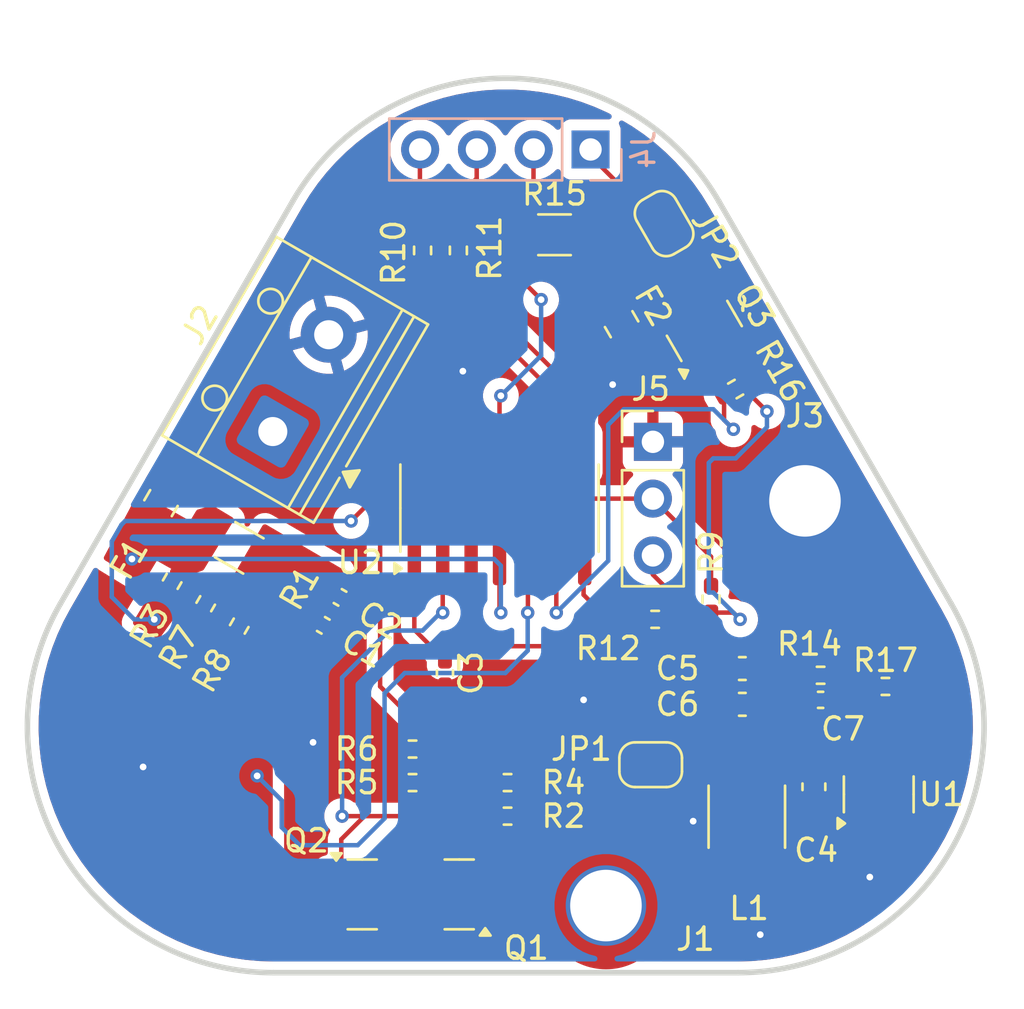
<source format=kicad_pcb>
(kicad_pcb (version 20241229) (generator "pcbnew") (generator_version "9.0")
  (layers (0 "F.Cu" signal) (2 "B.Cu" signal) (13 "F.Paste" user) (15 "B.Paste" user) (5 "F.SilkS" user "F.Silkscreen") (7 "B.SilkS" user "B.Silkscreen") (1 "F.Mask" user) (3 "B.Mask" user) (25 "Edge.Cuts" user))
  (net 0 "")
  (net 1 "ADC_LP")
  (net 2 "GND")
  (net 3 "VCC")
  (net 4 "Net-(JP1-B)")
  (net 5 "Net-(U1-V_{FB})")
  (net 6 "ADC_LN")
  (net 7 "Net-(J2-Pin_1)")
  (net 8 "Net-(Q3-D)")
  (net 9 "Net-(JP2-B)")
  (net 10 "Net-(U1-SW)")
  (net 11 "Net-(Q1-D)")
  (net 12 "+BATT")
  (net 13 "CUTOFF")
  (net 14 "3V3CUTOFF")
  (net 15 "ADC_LOAD")
  (net 16 "ADC_BATT")
  (net 17 "SCL")
  (net 18 "Net-(J4-Pin_4)")
  (net 19 "Net-(J4-Pin_3)")
  (net 20 "SDA")
  (net 21 "ADC_SP")
  (net 22 "Net-(U2-TXD)")
  (net 23 "TXD")
  (net 24 "UPDI")
  (net 25 "Net-(U2-PA5)")
  (net 26 "Net-(J4-Pin_1)")
  (footprint "Resistor_SMD:R_0402_1005Metric_Pad0.72x0.64mm_HandSolder" (layer "F.Cu") (at 134 80 -120)
    (property "Reference" "R8" (at 2.317564 0.049038 60) (layer "F.SilkS"))
    (property "Value" "1M")
    (fp_line (start -0.167621 0.38) (end 0.167621 0.38) (stroke (width 0.12)) (layer "F.SilkS"))
    (fp_line (start -0.167621 -0.38) (end 0.167621 -0.38) (stroke (width 0.12)) (layer "F.SilkS"))
    (pad "1" smd roundrect (at -0.5975 0 240) (size 0.715 0.64) (layers "F.Cu" "F.Mask" "F.Paste") (net 15 "ADC_LOAD"))
    (pad "2" smd roundrect (at 0.5975 0 240) (size 0.715 0.64) (layers "F.Cu" "F.Mask" "F.Paste") (net 2 "GND"))
  )
  (footprint "Capacitor_SMD:C_0402_1005Metric_Pad0.74x0.62mm_HandSolder" (layer "F.Cu") (at 138.508531 78.71625 -30)
    (property "Reference" "C2" (at 2.0675 0 150) (layer "F.SilkS"))
    (property "Value" "100n")
    (fp_line (start -0.115835 0.36) (end 0.115835 0.36) (stroke (width 0.12)) (layer "F.SilkS"))
    (fp_line (start -0.115835 -0.36) (end 0.115835 -0.36) (stroke (width 0.12)) (layer "F.SilkS"))
    (pad "1" smd roundrect (at -0.5675 0 330) (size 0.735 0.62) (layers "F.Cu" "F.Mask" "F.Paste") (net 1 "ADC_LP"))
    (pad "2" smd roundrect (at 0.5675 0 330) (size 0.735 0.62) (layers "F.Cu" "F.Mask" "F.Paste") (net 2 "GND"))
  )
  (footprint "Resistor_SMD:R_1206_3216Metric_Pad1.30x1.75mm_HandSolder" (layer "F.Cu") (at 148.1 62.5)
    (property "Reference" "R15" (at 0 -1.83 0) (layer "F.SilkS"))
    (property "Value" "0.1R")
    (fp_line (start -0.727064 -0.91) (end 0.727064 -0.91) (stroke (width 0.12)) (layer "F.SilkS"))
    (fp_line (start -0.727064 0.91) (end 0.727064 0.91) (stroke (width 0.12)) (layer "F.SilkS"))
    (pad "1" smd roundrect (at -1.55 0) (size 1.3 1.75) (layers "F.Cu" "F.Mask" "F.Paste") (roundrect_rratio 0.192308) (net 21 "ADC_SP"))
    (pad "2" smd roundrect (at 1.55 0) (size 1.3 1.75) (layers "F.Cu" "F.Mask" "F.Paste") (roundrect_rratio 0.192308) (net 2 "GND"))
  )
  (footprint "Resistor_SMD:R_0402_1005Metric_Pad0.72x0.64mm_HandSolder" (layer "F.Cu") (at 160 82.2)
    (property "Reference" "R14" (at -0.5 -1.4 0) (layer "F.SilkS"))
    (property "Value" "560k")
    (fp_line (start -0.167621 -0.38) (end 0.167621 -0.38) (stroke (width 0.12)) (layer "F.SilkS"))
    (fp_line (start -0.167621 0.38) (end 0.167621 0.38) (stroke (width 0.12)) (layer "F.SilkS"))
    (pad "1" smd roundrect (at -0.5975 0) (size 0.715 0.64) (layers "F.Cu" "F.Mask" "F.Paste") (net 3 "VCC"))
    (pad "2" smd roundrect (at 0.5975 0) (size 0.715 0.64) (layers "F.Cu" "F.Mask" "F.Paste") (net 5 "Net-(U1-V_{FB})"))
  )
  (footprint "Resistor_SMD:R_0402_1005Metric_Pad0.72x0.64mm_HandSolder" (layer "F.Cu") (at 141.75 87 180)
    (property "Reference" "R5" (at 2.5 0 0) (layer "F.SilkS"))
    (property "Value" "1M")
    (fp_line (start -0.167621 0.38) (end 0.167621 0.38) (stroke (width 0.12)) (layer "F.SilkS"))
    (fp_line (start -0.167621 -0.38) (end 0.167621 -0.38) (stroke (width 0.12)) (layer "F.SilkS"))
    (pad "1" smd roundrect (at -0.5975 0 180) (size 0.715 0.64) (layers "F.Cu" "F.Mask" "F.Paste") (net 16 "ADC_BATT"))
    (pad "2" smd roundrect (at 0.5975 0 180) (size 0.715 0.64) (layers "F.Cu" "F.Mask" "F.Paste") (net 2 "GND"))
  )
  (footprint "Resistor_SMD:R_0402_1005Metric_Pad0.72x0.64mm_HandSolder" (layer "F.Cu") (at 131 78 -120)
    (property "Reference" "R3" (at 2.247163 -0.1427 60) (layer "F.SilkS"))
    (property "Value" "1M")
    (fp_line (start -0.167621 0.38) (end 0.167621 0.38) (stroke (width 0.12)) (layer "F.SilkS"))
    (fp_line (start -0.167621 -0.38) (end 0.167621 -0.38) (stroke (width 0.12)) (layer "F.SilkS"))
    (pad "1" smd roundrect (at -0.5975 0 240) (size 0.715 0.64) (layers "F.Cu" "F.Mask" "F.Paste") (net 6 "ADC_LN"))
    (pad "2" smd roundrect (at 0.5975 0 240) (size 0.715 0.64) (layers "F.Cu" "F.Mask" "F.Paste") (net 15 "ADC_LOAD"))
  )
  (footprint "Inductor_SMD:L_1812_4532Metric_Pad1.30x3.40mm_HandSolder" (layer "F.Cu") (at 156.7 88.525 -90)
    (property "Reference" "L1" (at 4.1 -0.1 180) (layer "F.SilkS"))
    (property "Value" "2.2uH")
    (fp_line (start -1.386252 1.71) (end 1.386252 1.71) (stroke (width 0.12)) (layer "F.SilkS"))
    (fp_line (start -1.386252 -1.71) (end 1.386252 -1.71) (stroke (width 0.12)) (layer "F.SilkS"))
    (pad "1" smd roundrect (at -2.225 0 270) (size 1.3 3.4) (layers "F.Cu" "F.Mask" "F.Paste") (roundrect_rratio 0.192308) (net 4 "Net-(JP1-B)"))
    (pad "2" smd roundrect (at 2.225 0 270) (size 1.3 3.4) (layers "F.Cu" "F.Mask" "F.Paste") (roundrect_rratio 0.192308) (net 10 "Net-(U1-SW)"))
  )
  (footprint "Resistor_SMD:R_0402_1005Metric_Pad0.72x0.64mm_HandSolder" (layer "F.Cu") (at 146 88.5 180)
    (property "Reference" "R2" (at -2.5 0 0) (layer "F.SilkS"))
    (property "Value" "1M")
    (fp_line (start -0.167621 0.38) (end 0.167621 0.38) (stroke (width 0.12)) (layer "F.SilkS"))
    (fp_line (start -0.167621 -0.38) (end 0.167621 -0.38) (stroke (width 0.12)) (layer "F.SilkS"))
    (pad "1" smd roundrect (at -0.5975 0 180) (size 0.715 0.64) (layers "F.Cu" "F.Mask" "F.Paste") (net 12 "+BATT"))
    (pad "2" smd roundrect (at 0.5975 0 180) (size 0.715 0.64) (layers "F.Cu" "F.Mask" "F.Paste") (net 13 "CUTOFF"))
  )
  (footprint "Capacitor_SMD:C_0603_1608Metric_Pad1.08x0.95mm_HandSolder" (layer "F.Cu") (at 156.5 83.5 180)
    (property "Reference" "C6" (at 2.9 0 0) (layer "F.SilkS"))
    (property "Value" "10u")
    (fp_line (start -0.146267 0.51) (end 0.146267 0.51) (stroke (width 0.12)) (layer "F.SilkS"))
    (fp_line (start -0.146267 -0.51) (end 0.146267 -0.51) (stroke (width 0.12)) (layer "F.SilkS"))
    (pad "1" smd roundrect (at -0.8625 0 180) (size 1.075 0.95) (layers "F.Cu" "F.Mask" "F.Paste") (net 3 "VCC"))
    (pad "2" smd roundrect (at 0.8625 0 180) (size 1.075 0.95) (layers "F.Cu" "F.Mask" "F.Paste") (net 2 "GND"))
  )
  (footprint "Package_TO_SOT_SMD:SOT-23" (layer "F.Cu") (at 143.8375 92 180)
    (property "Reference" "Q1" (at -3 -2.4 0) (layer "F.SilkS"))
    (property "Value" "SI2333")
    (fp_line (start 0 1.56) (end 0.65 1.56) (stroke (width 0.12)) (layer "F.SilkS"))
    (fp_line (start 0 1.56) (end -0.65 1.56) (stroke (width 0.12)) (layer "F.SilkS"))
    (fp_line (start 0 -1.56) (end 0.65 -1.56) (stroke (width 0.12)) (layer "F.SilkS"))
    (fp_line (start 0 -1.56) (end -0.65 -1.56) (stroke (width 0.12)) (layer "F.SilkS"))
    (fp_poly (pts (xy -1.1625 -1.51) (xy -1.4025 -1.84) (xy -0.9225 -1.84)) (stroke (width 0.12)) (fill yes) (layer "F.SilkS"))
    (pad "1" smd roundrect (at -0.9375 -0.95 180) (size 1.475 0.6) (layers "F.Cu" "F.Mask" "F.Paste") (net 13 "CUTOFF"))
    (pad "2" smd roundrect (at -0.9375 0.95 180) (size 1.475 0.6) (layers "F.Cu" "F.Mask" "F.Paste") (net 12 "+BATT"))
    (pad "3" smd roundrect (at 0.9375 0 180) (size 1.475 0.6) (layers "F.Cu" "F.Mask" "F.Paste") (net 11 "Net-(Q1-D)"))
  )
  (footprint "MountingHole:MountingHole_3.2mm_M3_ISO7380_Pad_TopOnly" (layer "F.Cu") (at 150.4 92.5)
    (property "Reference" "J1" (at 4 1.5 0) (layer "F.SilkS"))
    (property "Value" "BATT+")
    (pad "1" thru_hole circle (at 0 0) (size 3.6 3.6) (drill 3.2) (layers "*.Cu" "*.Mask") (net 12 "+BATT"))
    (pad "1" connect circle (at 0 0) (size 5.7 5.7) (layers "F.Cu" "F.Mask") (net 12 "+BATT"))
  )
  (footprint "Connector_PinHeader_2.54mm:PinHeader_1x03_P2.54mm_Vertical" (layer "F.Cu") (at 152.5 71.76)
    (property "Reference" "J5" (at -0.1 -2.36 0) (layer "F.SilkS"))
    (property "Value" "PROG")
    (fp_line (start -1.38 -1.38) (end 0 -1.38) (stroke (width 0.12)) (layer "F.SilkS"))
    (fp_line (start -1.38 0) (end -1.38 -1.38) (stroke (width 0.12)) (layer "F.SilkS"))
    (fp_line (start -1.38 1.27) (end -1.38 6.46) (stroke (width 0.12)) (layer "F.SilkS"))
    (fp_line (start -1.38 1.27) (end 1.38 1.27) (stroke (width 0.12)) (layer "F.SilkS"))
    (fp_line (start -1.38 6.46) (end 1.38 6.46) (stroke (width 0.12)) (layer "F.SilkS"))
    (fp_line (start 1.38 1.27) (end 1.38 6.46) (stroke (width 0.12)) (layer "F.SilkS"))
    (pad "1" thru_hole rect (at 0 0) (size 1.7 1.7) (drill 1) (layers "*.Cu" "*.Mask") (net 2 "GND"))
    (pad "2" thru_hole circle (at 0 2.54) (size 1.7 1.7) (drill 1) (layers "*.Cu" "*.Mask") (net 24 "UPDI"))
    (pad "3" thru_hole circle (at 0 5.08) (size 1.7 1.7) (drill 1) (layers "*.Cu" "*.Mask") (net 23 "TXD"))
  )
  (footprint "Capacitor_SMD:C_0402_1005Metric_Pad0.74x0.62mm_HandSolder" (layer "F.Cu") (at 160 83.3 180)
    (property "Reference" "C7" (at -1 -1.3 0) (layer "F.SilkS"))
    (property "Value" "270p")
    (fp_line (start -0.115835 0.36) (end 0.115835 0.36) (stroke (width 0.12)) (layer "F.SilkS"))
    (fp_line (start -0.115835 -0.36) (end 0.115835 -0.36) (stroke (width 0.12)) (layer "F.SilkS"))
    (pad "1" smd roundrect (at -0.5675 0 180) (size 0.735 0.62) (layers "F.Cu" "F.Mask" "F.Paste") (net 5 "Net-(U1-V_{FB})"))
    (pad "2" smd roundrect (at 0.5675 0 180) (size 0.735 0.62) (layers "F.Cu" "F.Mask" "F.Paste") (net 3 "VCC"))
  )
  (footprint "Capacitor_SMD:C_0402_1005Metric_Pad0.74x0.62mm_HandSolder" (layer "F.Cu") (at 137.758531 79.96625 -30)
    (property "Reference" "C1" (at 2.0675 0 150) (layer "F.SilkS"))
    (property "Value" "100n")
    (fp_line (start -0.115835 0.36) (end 0.115835 0.36) (stroke (width 0.12)) (layer "F.SilkS"))
    (fp_line (start -0.115835 -0.36) (end 0.115835 -0.36) (stroke (width 0.12)) (layer "F.SilkS"))
    (pad "1" smd roundrect (at -0.5675 0 330) (size 0.735 0.62) (layers "F.Cu" "F.Mask" "F.Paste") (net 1 "ADC_LP"))
    (pad "2" smd roundrect (at 0.5675 0 330) (size 0.735 0.62) (layers "F.Cu" "F.Mask" "F.Paste") (net 2 "GND"))
  )
  (footprint "Resistor_SMD:R_0402_1005Metric_Pad0.72x0.64mm_HandSolder" (layer "F.Cu") (at 162.9 82.7)
    (property "Reference" "R17" (at 0 -1.17 0) (layer "F.SilkS"))
    (property "Value" "100k")
    (fp_line (start -0.167621 -0.38) (end 0.167621 -0.38) (stroke (width 0.12)) (layer "F.SilkS"))
    (fp_line (start -0.167621 0.38) (end 0.167621 0.38) (stroke (width 0.12)) (layer "F.SilkS"))
    (pad "1" smd roundrect (at -0.5975 0) (size 0.715 0.64) (layers "F.Cu" "F.Mask" "F.Paste") (net 5 "Net-(U1-V_{FB})"))
    (pad "2" smd roundrect (at 0.5975 0) (size 0.715 0.64) (layers "F.Cu" "F.Mask" "F.Paste") (net 2 "GND"))
  )
  (footprint "Jumper:SolderJumper-2_P1.3mm_Open_RoundedPad1.0x1.5mm" (layer "F.Cu") (at 153 62 -60)
    (property "Reference" "JP2" (at 1.756218 -1.641858 120) (layer "F.SilkS"))
    (property "Value" "I2C_V")
    (fp_line (start -1.400001 0.3) (end -1.4 -0.300001) (stroke (width 0.12)) (layer "F.SilkS"))
    (fp_line (start 0.7 1) (end -0.7 1) (stroke (width 0.12)) (layer "F.SilkS"))
    (fp_line (start -0.7 -1) (end 0.7 -1) (stroke (width 0.12)) (layer "F.SilkS"))
    (fp_line (start 1.400001 -0.3) (end 1.4 0.300001) (stroke (width 0.12)) (layer "F.SilkS"))
    (fp_arc (start -0.7 1) (mid -1.194975 0.794975) (end -1.400001 0.3) (stroke (width 0.12)) (layer "F.SilkS"))
    (fp_arc (start -1.4 -0.300001) (mid -1.194975 -0.794975) (end -0.7 -1) (stroke (width 0.12)) (layer "F.SilkS"))
    (fp_arc (start 1.4 0.300001) (mid 1.194975 0.794975) (end 0.7 1) (stroke (width 0.12)) (layer "F.SilkS"))
    (fp_arc (start 0.7 -1) (mid 1.194975 -0.794975) (end 1.400001 -0.3) (stroke (width 0.12)) (layer "F.SilkS"))
    (pad "1" smd custom (at -0.65 0 300) (size 1 0.5) (layers "F.Cu" "F.Mask") (net 26 "Net-(J4-Pin_1)") (options (clearance outline) (anchor rect)) (primitives (gr_circle (center 0 0.25) (end 0.5 0.25) (width 0) (fill yes)) (gr_circle (center 0 -0.25) (end 0.5 -0.25) (width 0) (fill yes)) (gr_poly (pts (xy 0.5 0.75) (xy 0 0.75) (xy 0 -0.75) (xy 0.5 -0.75)) (width 0) (fill yes))))
    (pad "2" smd custom (at 0.65 0 300) (size 1 0.5) (layers "F.Cu" "F.Mask") (net 9 "Net-(JP2-B)") (options (clearance outline) (anchor rect)) (primitives (gr_circle (center 0 0.25) (end 0.5 0.25) (width 0) (fill yes)) (gr_circle (center 0 -0.25) (end 0.5 -0.25) (width 0) (fill yes)) (gr_poly (pts (xy 0 0.75) (xy -0.5 0.75) (xy -0.5 -0.75) (xy 0 -0.75)) (width 0) (fill yes))))
  )
  (footprint "Resistor_SMD:R_0402_1005Metric_Pad0.72x0.64mm_HandSolder" (layer "F.Cu") (at 152.6 79.7 180)
    (property "Reference" "R12" (at 2.1 -1.3 0) (layer "F.SilkS"))
    (property "Value" "120R")
    (fp_line (start -0.167621 0.38) (end 0.167621 0.38) (stroke (width 0.12)) (layer "F.SilkS"))
    (fp_line (start -0.167621 -0.38) (end 0.167621 -0.38) (stroke (width 0.12)) (layer "F.SilkS"))
    (pad "1" smd roundrect (at -0.5975 0 180) (size 0.715 0.64) (layers "F.Cu" "F.Mask" "F.Paste") (net 23 "TXD"))
    (pad "2" smd roundrect (at 0.5975 0 180) (size 0.715 0.64) (layers "F.Cu" "F.Mask" "F.Paste") (net 22 "Net-(U2-TXD)"))
  )
  (footprint "Capacitor_SMD:C_0402_1005Metric_Pad0.74x0.62mm_HandSolder" (layer "F.Cu") (at 143.2 82.1 -90)
    (property "Reference" "C3" (at 0 -1.16 90) (layer "F.SilkS"))
    (property "Value" "100n")
    (fp_line (start -0.115835 0.36) (end 0.115835 0.36) (stroke (width 0.12)) (layer "F.SilkS"))
    (fp_line (start -0.115835 -0.36) (end 0.115835 -0.36) (stroke (width 0.12)) (layer "F.SilkS"))
    (pad "1" smd roundrect (at -0.5675 0 270) (size 0.735 0.62) (layers "F.Cu" "F.Mask" "F.Paste") (net 3 "VCC"))
    (pad "2" smd roundrect (at 0.5675 0 270) (size 0.735 0.62) (layers "F.Cu" "F.Mask" "F.Paste") (net 2 "GND"))
  )
  (footprint "Fuse:Fuse_0805_2012Metric_Pad1.15x1.40mm_HandSolder" (layer "F.Cu") (at 151.1 66.5 -60)
    (property "Reference" "F2" (at 0 -1.65 120) (layer "F.SilkS"))
    (property "Value" "BSMD0805-110-6V")
    (fp_line (start -0.261252 0.71) (end 0.261252 0.71) (stroke (width 0.12)) (layer "F.SilkS"))
    (fp_line (start -0.261252 -0.71) (end 0.261252 -0.71) (stroke (width 0.12)) (layer "F.SilkS"))
    (pad "1" smd roundrect (at -1.025 0 300) (size 1.15 1.4) (layers "F.Cu" "F.Mask" "F.Paste") (roundrect_rratio 0.217391) (net 9 "Net-(JP2-B)"))
    (pad "2" smd roundrect (at 1.025 0 300) (size 1.15 1.4) (layers "F.Cu" "F.Mask" "F.Paste") (roundrect_rratio 0.217391) (net 8 "Net-(Q3-D)"))
  )
  (footprint "Resistor_SMD:R_0402_1005Metric_Pad0.72x0.64mm_HandSolder" (layer "F.Cu") (at 142.2 63.2 -90)
    (property "Reference" "R10" (at 0.1 1.3 270) (layer "F.SilkS"))
    (property "Value" "120R")
    (fp_line (start -0.167621 0.38) (end 0.167621 0.38) (stroke (width 0.12)) (layer "F.SilkS"))
    (fp_line (start -0.167621 -0.38) (end 0.167621 -0.38) (stroke (width 0.12)) (layer "F.SilkS"))
    (pad "1" smd roundrect (at -0.5975 0 270) (size 0.715 0.64) (layers "F.Cu" "F.Mask" "F.Paste") (net 18 "Net-(J4-Pin_4)"))
    (pad "2" smd roundrect (at 0.5975 0 270) (size 0.715 0.64) (layers "F.Cu" "F.Mask" "F.Paste") (net 17 "SCL"))
  )
  (footprint "Package_SO:SOIC-14_3.9x8.7mm_P1.27mm" (layer "F.Cu") (at 145.64 74.725 90)
    (property "Reference" "U2" (at -2.425 -6.24 180) (layer "F.SilkS"))
    (property "Value" "ATtiny824-SSU")
    (fp_line (start 0 -4.435) (end 1.95 -4.435) (stroke (width 0.12)) (layer "F.SilkS"))
    (fp_line (start 0 -4.435) (end -1.95 -4.435) (stroke (width 0.12)) (layer "F.SilkS"))
    (fp_line (start 0 4.435) (end 1.95 4.435) (stroke (width 0.12)) (layer "F.SilkS"))
    (fp_line (start 0 4.435) (end -1.95 4.435) (stroke (width 0.12)) (layer "F.SilkS"))
    (fp_poly (pts (xy -2.7 -4.37) (xy -2.94 -4.7) (xy -2.46 -4.7)) (stroke (width 0.12)) (fill yes) (layer "F.SilkS"))
    (pad "1" smd roundrect (at -2.475 -3.81 90) (size 1.95 0.6) (layers "F.Cu" "F.Mask" "F.Paste") (net 3 "VCC"))
    (pad "2" smd roundrect (at -2.475 -2.54 90) (size 1.95 0.6) (layers "F.Cu" "F.Mask" "F.Paste") (net 13 "CUTOFF"))
    (pad "3" smd roundrect (at -2.475 -1.27 90) (size 1.95 0.6) (layers "F.Cu" "F.Mask" "F.Paste") (net 25 "Net-(U2-PA5)"))
    (pad "4" smd roundrect (at -2.475 0 90) (size 1.95 0.6) (layers "F.Cu" "F.Mask" "F.Paste") (net 6 "ADC_LN"))
    (pad "5" smd roundrect (at -2.475 1.27 90) (size 1.95 0.6) (layers "F.Cu" "F.Mask" "F.Paste") (net 1 "ADC_LP"))
    (pad "6" smd roundrect (at -2.475 2.54 90) (size 1.95 0.6) (layers "F.Cu" "F.Mask" "F.Paste") (net 14 "3V3CUTOFF"))
    (pad "7" smd roundrect (at -2.475 3.81 90) (size 1.95 0.6) (layers "F.Cu" "F.Mask" "F.Paste") (net 22 "Net-(U2-TXD)"))
    (pad "8" smd roundrect (at 2.475 3.81 90) (size 1.95 0.6) (layers "F.Cu" "F.Mask" "F.Paste") (net 20 "SDA"))
    (pad "9" smd roundrect (at 2.475 2.54 90) (size 1.95 0.6) (layers "F.Cu" "F.Mask" "F.Paste") (net 17 "SCL"))
    (pad "10" smd roundrect (at 2.475 1.27 90) (size 1.95 0.6) (layers "F.Cu" "F.Mask" "F.Paste") (net 24 "UPDI"))
    (pad "11" smd roundrect (at 2.475 0 90) (size 1.95 0.6) (layers "F.Cu" "F.Mask" "F.Paste") (net 21 "ADC_SP"))
    (pad "12" smd roundrect (at 2.475 -1.27 90) (size 1.95 0.6) (layers "F.Cu" "F.Mask" "F.Paste") (net 16 "ADC_BATT"))
    (pad "13" smd roundrect (at 2.475 -2.54 90) (size 1.95 0.6) (layers "F.Cu" "F.Mask" "F.Paste") (net 15 "ADC_LOAD"))
    (pad "14" smd roundrect (at 2.475 -3.81 90) (size 1.95 0.6) (layers "F.Cu" "F.Mask" "F.Paste") (net 2 "GND"))
  )
  (footprint "Capacitor_SMD:C_0603_1608Metric_Pad1.08x0.95mm_HandSolder" (layer "F.Cu") (at 159.7 87.1875 -90)
    (property "Reference" "C4" (at 2.8375 -0.1 180) (layer "F.SilkS"))
    (property "Value" "10u")
    (fp_line (start -0.146267 0.51) (end 0.146267 0.51) (stroke (width 0.12)) (layer "F.SilkS"))
    (fp_line (start -0.146267 -0.51) (end 0.146267 -0.51) (stroke (width 0.12)) (layer "F.SilkS"))
    (pad "1" smd roundrect (at -0.8625 0 270) (size 1.075 0.95) (layers "F.Cu" "F.Mask" "F.Paste") (net 4 "Net-(JP1-B)"))
    (pad "2" smd roundrect (at 0.8625 0 270) (size 1.075 0.95) (layers "F.Cu" "F.Mask" "F.Paste") (net 2 "GND"))
  )
  (footprint "Package_TO_SOT_SMD:SOT-23" (layer "F.Cu") (at 139.5 92)
    (property "Reference" "Q2" (at -2.5 -2.4 0) (layer "F.SilkS"))
    (property "Value" "SI2333")
    (fp_line (start 0 -1.56) (end -0.65 -1.56) (stroke (width 0.12)) (layer "F.SilkS"))
    (fp_line (start 0 -1.56) (end 0.65 -1.56) (stroke (width 0.12)) (layer "F.SilkS"))
    (fp_line (start 0 1.56) (end -0.65 1.56) (stroke (width 0.12)) (layer "F.SilkS"))
    (fp_line (start 0 1.56) (end 0.65 1.56) (stroke (width 0.12)) (layer "F.SilkS"))
    (fp_poly (pts (xy -1.1625 -1.51) (xy -1.4025 -1.84) (xy -0.9225 -1.84)) (stroke (width 0.12)) (fill yes) (layer "F.SilkS"))
    (pad "1" smd roundrect (at -0.9375 -0.95) (size 1.475 0.6) (layers "F.Cu" "F.Mask" "F.Paste") (net 13 "CUTOFF"))
    (pad "2" smd roundrect (at -0.9375 0.95) (size 1.475 0.6) (layers "F.Cu" "F.Mask" "F.Paste") (net 1 "ADC_LP"))
    (pad "3" smd roundrect (at 0.9375 0) (size 1.475 0.6) (layers "F.Cu" "F.Mask" "F.Paste") (net 11 "Net-(Q1-D)"))
  )
  (footprint "Capacitor_SMD:C_0603_1608Metric_Pad1.08x0.95mm_HandSolder" (layer "F.Cu") (at 156.5 81.9 180)
    (property "Reference" "C5" (at 2.9 0 0) (layer "F.SilkS"))
    (property "Value" "10u")
    (fp_line (start -0.146267 0.51) (end 0.146267 0.51) (stroke (width 0.12)) (layer "F.SilkS"))
    (fp_line (start -0.146267 -0.51) (end 0.146267 -0.51) (stroke (width 0.12)) (layer "F.SilkS"))
    (pad "1" smd roundrect (at -0.8625 0 180) (size 1.075 0.95) (layers "F.Cu" "F.Mask" "F.Paste") (net 3 "VCC"))
    (pad "2" smd roundrect (at 0.8625 0 180) (size 1.075 0.95) (layers "F.Cu" "F.Mask" "F.Paste") (net 2 "GND"))
  )
  (footprint "Package_TO_SOT_SMD:SOT-23-6" (layer "F.Cu") (at 162.6 87.525 90)
    (property "Reference" "U1" (at 0 2.8 180) (layer "F.SilkS"))
    (property "Value" "TLV61070ADBV")
    (fp_line (start 0 -1.56) (end 0.8 -1.56) (stroke (width 0.12)) (layer "F.SilkS"))
    (fp_line (start 0 -1.56) (end -0.8 -1.56) (stroke (width 0.12)) (layer "F.SilkS"))
    (fp_line (start 0 1.56) (end 0.8 1.56) (stroke (width 0.12)) (layer "F.SilkS"))
    (fp_line (start 0 1.56) (end -0.8 1.56) (stroke (width 0.12)) (layer "F.SilkS"))
    (fp_poly (pts (xy -1.3 -1.51) (xy -1.54 -1.84) (xy -1.06 -1.84)) (stroke (width 0.12)) (fill yes) (layer "F.SilkS"))
    (pad "1" smd roundrect (at -1.1375 -0.95 90) (size 1.325 0.6) (layers "F.Cu" "F.Mask" "F.Paste") (net 10 "Net-(U1-SW)"))
    (pad "2" smd roundrect (at -1.1375 0 90) (size 1.325 0.6) (layers "F.Cu" "F.Mask" "F.Paste") (net 2 "GND"))
    (pad "3" smd roundrect (at -1.1375 0.95 90) (size 1.325 0.6) (layers "F.Cu" "F.Mask" "F.Paste") (net 4 "Net-(JP1-B)"))
    (pad "4" smd roundrect (at 1.1375 0.95 90) (size 1.325 0.6) (layers "F.Cu" "F.Mask" "F.Paste") (net 5 "Net-(U1-V_{FB})"))
    (pad "5" smd roundrect (at 1.1375 0 90) (size 1.325 0.6) (layers "F.Cu" "F.Mask" "F.Paste") (net 3 "VCC"))
    (pad "6" smd roundrect (at 1.1375 -0.95 90) (size 1.325 0.6) (layers "F.Cu" "F.Mask" "F.Paste") (net 4 "Net-(JP1-B)"))
  )
  (footprint "Resistor_SMD:R_0402_1005Metric_Pad0.72x0.64mm_HandSolder" (layer "F.Cu") (at 155.1 78.8 90)
    (property "Reference" "R9" (at 2.1 0 90) (layer "F.SilkS"))
    (property "Value" "100k")
    (fp_line (start -0.167621 -0.38) (end 0.167621 -0.38) (stroke (width 0.12)) (layer "F.SilkS"))
    (fp_line (start -0.167621 0.38) (end 0.167621 0.38) (stroke (width 0.12)) (layer "F.SilkS"))
    (pad "1" smd roundrect (at -0.5975 0 90) (size 0.715 0.64) (layers "F.Cu" "F.Mask" "F.Paste") (net 3 "VCC"))
    (pad "2" smd roundrect (at 0.5975 0 90) (size 0.715 0.64) (layers "F.Cu" "F.Mask" "F.Paste") (net 24 "UPDI"))
  )
  (footprint "Resistor_SMD:R_0402_1005Metric_Pad0.72x0.64mm_HandSolder" (layer "F.Cu") (at 132.5 79 -120)
    (property "Reference" "R7" (at 2.317564 0.049038 60) (layer "F.SilkS"))
    (property "Value" "1M")
    (fp_line (start -0.167621 0.38) (end 0.167621 0.38) (stroke (width 0.12)) (layer "F.SilkS"))
    (fp_line (start -0.167621 -0.38) (end 0.167621 -0.38) (stroke (width 0.12)) (layer "F.SilkS"))
    (pad "1" smd roundrect (at -0.5975 0 240) (size 0.715 0.64) (layers "F.Cu" "F.Mask" "F.Paste") (net 15 "ADC_LOAD"))
    (pad "2" smd roundrect (at 0.5975 0 240) (size 0.715 0.64) (layers "F.Cu" "F.Mask" "F.Paste") (net 2 "GND"))
  )
  (footprint "Resistor_SMD:R_0402_1005Metric_Pad0.72x0.64mm_HandSolder" (layer "F.Cu") (at 143.8 63.2 -90)
    (property "Reference" "R11" (at -0.1 -1.4 90) (layer "F.SilkS"))
    (property "Value" "120R")
    (fp_line (start -0.167621 0.38) (end 0.167621 0.38) (stroke (width 0.12)) (layer "F.SilkS"))
    (fp_line (start -0.167621 -0.38) (end 0.167621 -0.38) (stroke (width 0.12)) (layer "F.SilkS"))
    (pad "1" smd roundrect (at -0.5975 0 270) (size 0.715 0.64) (layers "F.Cu" "F.Mask" "F.Paste") (net 19 "Net-(J4-Pin_3)"))
    (pad "2" smd roundrect (at 0.5975 0 270) (size 0.715 0.64) (layers "F.Cu" "F.Mask" "F.Paste") (net 20 "SDA"))
  )
  (footprint "Resistor_SMD:R_0402_1005Metric_Pad0.72x0.64mm_HandSolder" (layer "F.Cu") (at 146 87 180)
    (property "Reference" "R4" (at -2.5 0 0) (layer "F.SilkS"))
    (property "Value" "1M")
    (fp_line (start -0.167621 0.38) (end 0.167621 0.38) (stroke (width 0.12)) (layer "F.SilkS"))
    (fp_line (start -0.167621 -0.38) (end 0.167621 -0.38) (stroke (width 0.12)) (layer "F.SilkS"))
    (pad "1" smd roundrect (at -0.5975 0 180) (size 0.715 0.64) (layers "F.Cu" "F.Mask" "F.Paste") (net 12 "+BATT"))
    (pad "2" smd roundrect (at 0.5975 0 180) (size 0.715 0.64) (layers "F.Cu" "F.Mask" "F.Paste") (net 16 "ADC_BATT"))
  )
  (footprint "Jumper:SolderJumper-2_P1.3mm_Open_RoundedPad1.0x1.5mm" (layer "F.Cu") (at 152.4 86.2)
    (property "Reference" "JP1" (at -3.1 -0.7 0) (layer "F.SilkS"))
    (property "Value" "MCU_VCC")
    (fp_line (start -1.4 0.3) (end -1.4 -0.3) (stroke (width 0.12)) (layer "F.SilkS"))
    (fp_line (start -0.7 -1) (end 0.7 -1) (stroke (width 0.12)) (layer "F.SilkS"))
    (fp_line (start 0.7 1) (end -0.7 1) (stroke (width 0.12)) (layer "F.SilkS"))
    (fp_line (start 1.4 -0.3) (end 1.4 0.3) (stroke (width 0.12)) (layer "F.SilkS"))
    (fp_arc (start -1.4 -0.3) (mid -1.194975 -0.794975) (end -0.7 -1) (stroke (width 0.12)) (layer "F.SilkS"))
    (fp_arc (start -0.7 1) (mid -1.194975 0.794975) (end -1.4 0.3) (stroke (width 0.12)) (layer "F.SilkS"))
    (fp_arc (start 0.7 -1) (mid 1.194975 -0.794975) (end 1.4 -0.3) (stroke (width 0.12)) (layer "F.SilkS"))
    (fp_arc (start 1.4 0.3) (mid 1.194975 0.794975) (end 0.7 1) (stroke (width 0.12)) (layer "F.SilkS"))
    (pad "1" smd custom (at -0.65 0) (size 1 0.5) (layers "F.Cu" "F.Mask") (net 12 "+BATT") (options (clearance outline) (anchor rect)) (primitives (gr_circle (center 0 0.25) (end 0.5 0.25) (width 0) (fill yes)) (gr_circle (center 0 -0.25) (end 0.5 -0.25) (width 0) (fill yes)) (gr_poly (pts (xy 0.5 0.75) (xy 0 0.75) (xy 0 -0.75) (xy 0.5 -0.75)) (width 0) (fill yes))))
    (pad "2" smd custom (at 0.65 0) (size 1 0.5) (layers "F.Cu" "F.Mask") (net 4 "Net-(JP1-B)") (options (clearance outline) (anchor rect)) (primitives (gr_circle (center 0 0.25) (end 0.5 0.25) (width 0) (fill yes)) (gr_circle (center 0 -0.25) (end 0.5 -0.25) (width 0) (fill yes)) (gr_poly (pts (xy 0 0.75) (xy -0.5 0.75) (xy -0.5 -0.75) (xy 0 -0.75)) (width 0) (fill yes))))
  )
  (footprint "TerminalBlock_RND:TerminalBlock_RND_205-00012_1x02_P5.00mm_Horizontal" (layer "F.Cu") (at 135.5 71.3 60)
    (property "Reference" "J2" (at 2.500001 -5.22 60) (layer "F.SilkS"))
    (property "Value" "LOAD")
    (fp_line (start -2.619999 -4.219999) (end 7.619999 -4.22) (stroke (width 0.12)) (layer "F.SilkS"))
    (fp_line (start -2.619999 -2.399999) (end 7.619999 -2.4) (stroke (width 0.12)) (layer "F.SilkS"))
    (fp_line (start 7.619999 -4.22) (end 7.62 3.62) (stroke (width 0.12)) (layer "F.SilkS"))
    (fp_line (start -2.62 2.299999) (end 7.619999 2.299999) (stroke (width 0.12)) (layer "F.SilkS"))
    (fp_line (start -2.619998 2.9) (end 7.619999 2.9) (stroke (width 0.12)) (layer "F.SilkS"))
    (fp_line (start -2.619999 3.620001) (end -2.619999 -4.219999) (stroke (width 0.12)) (layer "F.SilkS"))
    (fp_line (start -0.299999 3.62) (end -2.619999 3.620001) (stroke (width 0.12)) (layer "F.SilkS"))
    (fp_line (start 7.62 3.62) (end 0.3 3.620001) (stroke (width 0.12)) (layer "F.SilkS"))
    (fp_circle (center 0 -3) (end 0.55 -3) (stroke (width 0.12)) (fill no) (layer "F.SilkS"))
    (fp_circle (center 5 -3) (end 5.55 -3) (stroke (width 0.12)) (fill no) (layer "F.SilkS"))
    (fp_poly (pts (xy 0 3.620001) (xy 0.44 4.23) (xy -0.44 4.230001)) (stroke (width 0.12)) (fill yes) (layer "F.SilkS"))
    (pad "1" thru_hole roundrect (at 0 0 60) (size 2.5 2.5) (drill 1.3) (layers "*.Cu" "*.Mask") (roundrect_rratio 0.1) (net 7 "Net-(J2-Pin_1)"))
    (pad "2" thru_hole circle (at 5 0 60) (size 2.5 2.5) (drill 1.3) (layers "*.Cu" "*.Mask") (net 2 "GND"))
  )
  (footprint "Fuse:Fuse_0805_2012Metric_Pad1.15x1.40mm_HandSolder" (layer "F.Cu") (at 130.5 74.5 60)
    (property "Reference" "F1" (at -2.879535 0.0125 60) (layer "F.SilkS"))
    (property "Value" "BSMD0805-110-6V")
    (fp_line (start -0.261252 -0.71) (end 0.261252 -0.71) (stroke (width 0.12)) (layer "F.SilkS"))
    (fp_line (start -0.261252 0.71) (end 0.261252 0.71) (stroke (width 0.12)) (layer "F.SilkS"))
    (pad "1" smd roundrect (at -1.025 0 60) (size 1.15 1.4) (layers "F.Cu" "F.Mask" "F.Paste") (roundrect_rratio 0.217391) (net 6 "ADC_LN"))
    (pad "2" smd roundrect (at 1.025 0 60) (size 1.15 1.4) (layers "F.Cu" "F.Mask" "F.Paste") (roundrect_rratio 0.217391) (net 7 "Net-(J2-Pin_1)"))
  )
  (footprint "Package_TO_SOT_SMD:SOT-23" (layer "F.Cu") (at 154.8 66.8 120)
    (property "Reference" "Q3" (at -0.162499 2.500001 120) (layer "F.SilkS"))
    (property "Value" "SI2333")
    (fp_line (start 0 -1.56) (end 0.65 -1.560001) (stroke (width 0.12)) (layer "F.SilkS"))
    (fp_line (start 0 -1.56) (end -0.65 -1.560001) (stroke (width 0.12)) (layer "F.SilkS"))
    (fp_line (start 0 1.56) (end 0.65 1.560001) (stroke (width 0.12)) (layer "F.SilkS"))
    (fp_line (start 0 1.56) (end -0.65 1.560001) (stroke (width 0.12)) (layer "F.SilkS"))
    (fp_poly (pts (xy -1.162501 -1.51) (xy -1.4025 -1.84) (xy -0.9225 -1.840001)) (stroke (width 0.12)) (fill yes) (layer "F.SilkS"))
    (pad "1" smd roundrect (at -0.9375 -0.95 120) (size 1.475 0.6) (layers "F.Cu" "F.Mask" "F.Paste") (net 14 "3V3CUTOFF"))
    (pad "2" smd roundrect (at -0.937501 0.950001 120) (size 1.475 0.6) (layers "F.Cu" "F.Mask" "F.Paste") (net 3 "VCC"))
    (pad "3" smd roundrect (at 0.9375 0 120) (size 1.475 0.6) (layers "F.Cu" "F.Mask" "F.Paste") (net 8 "Net-(Q3-D)"))
  )
  (footprint "Resistor_SMD:R_1206_3216Metric_Pad1.30x1.75mm_HandSolder" (layer "F.Cu") (at 134 76.5 150)
    (property "Reference" "R1" (at -3.238269 -0.208846 240) (layer "F.SilkS"))
    (property "Value" "0.1R")
    (fp_line (start -0.727064 -0.91) (end 0.727064 -0.91) (stroke (width 0.12)) (layer "F.SilkS"))
    (fp_line (start -0.727064 0.91) (end 0.727064 0.91) (stroke (width 0.12)) (layer "F.SilkS"))
    (pad "1" smd roundrect (at -1.55 0 150) (size 1.3 1.75) (layers "F.Cu" "F.Mask" "F.Paste") (roundrect_rratio 0.192308) (net 1 "ADC_LP"))
    (pad "2" smd roundrect (at 1.55 0 150) (size 1.3 1.75) (layers "F.Cu" "F.Mask" "F.Paste") (roundrect_rratio 0.192308) (net 6 "ADC_LN"))
  )
  (footprint "Resistor_SMD:R_0402_1005Metric_Pad0.72x0.64mm_HandSolder" (layer "F.Cu") (at 156.2 69.4 -150)
    (property "Reference" "R16" (at -2.132051 -0.30718 120) (layer "F.SilkS"))
    (property "Value" "1M")
    (fp_line (start -0.167621 0.38) (end 0.167621 0.38) (stroke (width 0.12)) (layer "F.SilkS"))
    (fp_line (start -0.167621 -0.38) (end 0.167621 -0.38) (stroke (width 0.12)) (layer "F.SilkS"))
    (pad "1" smd roundrect (at -0.5975 0 210) (size 0.715 0.64) (layers "F.Cu" "F.Mask" "F.Paste") (net 3 "VCC"))
    (pad "2" smd roundrect (at 0.5975 0 210) (size 0.715 0.64) (layers "F.Cu" "F.Mask" "F.Paste") (net 14 "3V3CUTOFF"))
  )
  (footprint "MountingHole:MountingHole_3.2mm_M3_ISO7380_Pad_TopOnly" (layer "F.Cu") (at 159.3 74.4)
    (property "Reference" "J3" (at 0 -3.8 0) (layer "F.SilkS"))
    (property "Value" "BATT-")
    (pad "1" thru_hole circle (at 0 0) (size 3.6 3.6) (drill 3.2) (layers "*.Cu" "*.Mask") (net 2 "GND"))
    (pad "1" connect circle (at 0 0) (size 5.7 5.7) (layers "F.Cu" "F.Mask") (net 2 "GND"))
  )
  (footprint "Resistor_SMD:R_0402_1005Metric_Pad0.72x0.64mm_HandSolder" (layer "F.Cu") (at 141.75 85.5 180)
    (property "Reference" "R6" (at 2.5 0 0) (layer "F.SilkS"))
    (property "Value" "1M")
    (fp_line (start -0.167621 0.38) (end 0.167621 0.38) (stroke (width 0.12)) (layer "F.SilkS"))
    (fp_line (start -0.167621 -0.38) (end 0.167621 -0.38) (stroke (width 0.12)) (layer "F.SilkS"))
    (pad "1" smd roundrect (at -0.5975 0 180) (size 0.715 0.64) (layers "F.Cu" "F.Mask" "F.Paste") (net 16 "ADC_BATT"))
    (pad "2" smd roundrect (at 0.5975 0 180) (size 0.715 0.64) (layers "F.Cu" "F.Mask" "F.Paste") (net 2 "GND"))
  )
  (footprint "Connector_PinHeader_2.54mm:PinHeader_1x04_P2.54mm_Vertical" (layer "B.Cu") (at 149.71 58.685 90)
    (property "Reference" "J4" (at 0 2.38 270) (layer "B.SilkS") (effects (justify mirror)))
    (property "Value" "QWIIC")
    (fp_line (start -1.38 -9) (end 1.38 -9) (stroke (width 0.12)) (layer "B.SilkS"))
    (fp_line (start 1.38 -1.27) (end 1.38 -9) (stroke (width 0.12)) (layer "B.SilkS"))
    (fp_line (start -1.38 -1.27) (end -1.38 -9) (stroke (width 0.12)) (layer "B.SilkS"))
    (fp_line (start -1.38 -1.27) (end 1.38 -1.27) (stroke (width 0.12)) (layer "B.SilkS"))
    (fp_line (start -1.38 0) (end -1.38 1.38) (stroke (width 0.12)) (layer "B.SilkS"))
    (fp_line (start -1.38 1.38) (end 0 1.38) (stroke (width 0.12)) (layer "B.SilkS"))
    (pad "1" thru_hole rect (at 0 0 90) (size 1.7 1.7) (drill 1) (layers "*.Cu" "*.Mask") (net 26 "Net-(J4-Pin_1)"))
    (pad "2" thru_hole circle (at 0 -2.54 90) (size 1.7 1.7) (drill 1) (layers "*.Cu" "*.Mask") (net 21 "ADC_SP"))
    (pad "3" thru_hole circle (at 0 -5.08 90) (size 1.7 1.7) (drill 1) (layers "*.Cu" "*.Mask") (net 19 "Net-(J4-Pin_3)"))
    (pad "4" thru_hole circle (at 0 -7.62 90) (size 1.7 1.7) (drill 1) (layers "*.Cu" "*.Mask") (net 18 "Net-(J4-Pin_4)"))
  )
  (gr_line (start 126 79) (end 136.392306 60.999999) (stroke (width 0.25)) (layer "Edge.Cuts"))
  (gr_arc (start 136.392306 60.999999) (mid 145.918584 55.5) (end 155.444862 61) (stroke (width 0.25)) (layer "Edge.Cuts"))
  (gr_line (start 156.310884 95.5) (end 135.526279 95.5) (stroke (width 0.25)) (layer "Edge.Cuts"))
  (gr_arc (start 135.526279 95.5) (mid 126 90) (end 126 79) (stroke (width 0.25)) (layer "Edge.Cuts"))
  (gr_line (start 155.444862 61) (end 155.444863 61) (stroke (width 0.25)) (layer "Edge.Cuts"))
  (gr_arc (start 165.837167 78.999998) (mid 165.837168 90.000001) (end 156.310884 95.5) (stroke (width 0.25)) (layer "Edge.Cuts"))
  (gr_line (start 155.444863 61) (end 165.837167 78.999998) (stroke (width 0.25)) (layer "Edge.Cuts"))
  (segment (start 146.9 79.4) (end 146.9 79.2) (width 0.2) (layer "F.Cu") (net 1))
  (segment (start 146.91 79.19) (end 146.91 77.2) (width 0.2) (layer "F.Cu") (net 1))
  (segment (start 146.9 79.2) (end 146.91 79.19) (width 0.2) (layer "F.Cu") (net 1))
  (via (at 146.9 79.4) (size 0.6) (drill 0.3) (layers "F.Cu" "B.Cu") (net 1))
  (via (at 134.8 86.7) (size 0.6) (drill 0.3) (layers "F.Cu" "B.Cu") (net 1))
  (segment (start 136.7 89.8) (end 135.9 89) (width 0.2) (layer "B.Cu") (net 1))
  (segment (start 135.9 87.8) (end 134.8 86.7) (width 0.2) (layer "B.Cu") (net 1))
  (segment (start 140.5 83) (end 140.5 88.6) (width 0.2) (layer "B.Cu") (net 1))
  (segment (start 139.3 89.8) (end 136.7 89.8) (width 0.2) (layer "B.Cu") (net 1))
  (segment (start 140.5 88.6) (end 139.3 89.8) (width 0.2) (layer "B.Cu") (net 1))
  (segment (start 141.4 82.1) (end 140.5 83) (width 0.2) (layer "B.Cu") (net 1))
  (segment (start 145.9 82.1) (end 141.4 82.1) (width 0.2) (layer "B.Cu") (net 1))
  (segment (start 135.9 89) (end 135.9 87.8) (width 0.2) (layer "B.Cu") (net 1))
  (segment (start 146.9 79.4) (end 146.9 81.1) (width 0.2) (layer "B.Cu") (net 1))
  (segment (start 146.9 81.1) (end 145.9 82.1) (width 0.2) (layer "B.Cu") (net 1))
  (via (at 144 68.6) (size 0.6) (drill 0.3) (layers "F.Cu" "B.Cu") (net 2))
  (via (at 149.4 83.3) (size 0.6) (drill 0.3) (layers "F.Cu" "B.Cu") (net 2))
  (via (at 162.2 91.225) (size 0.6) (drill 0.3) (layers "F.Cu" "B.Cu") (net 2))
  (via (at 157.3 93.8) (size 0.6) (drill 0.3) (layers "F.Cu" "B.Cu") (net 2))
  (via (at 150.7 69.2) (size 0.6) (drill 0.3) (layers "F.Cu" "B.Cu") (net 2))
  (via (at 154.3 88.725) (size 0.6) (drill 0.3) (layers "F.Cu" "B.Cu") (net 2))
  (via (at 129.7 86.3) (size 0.6) (drill 0.3) (layers "F.Cu" "B.Cu") (net 2))
  (via (at 137.3 85.2) (size 0.6) (drill 0.3) (layers "F.Cu" "B.Cu") (net 2))
  (segment (start 141.83 80.1625) (end 143.2 81.5325) (width 0.2) (layer "F.Cu") (net 3))
  (segment (start 141.83 77.2) (end 141.83 80.1625) (width 0.2) (layer "F.Cu") (net 3))
  (segment (start 156.71745 69.10125) (end 156.71745 69.51745) (width 0.2) (layer "F.Cu") (net 3))
  (segment (start 156.71745 69.51745) (end 157.6 70.4) (width 0.2) (layer "F.Cu") (net 3))
  (segment (start 155.1 80.9) (end 156.8 80.9) (width 0.2) (layer "F.Cu") (net 3))
  (segment (start 162.6 85.5) (end 161.6 84.5) (width 0.2) (layer "F.Cu") (net 3))
  (segment (start 143.2 81.5325) (end 143.8325 80.9) (width 0.2) (layer "F.Cu") (net 3))
  (segment (start 156.091475 68.475275) (end 156.71745 69.10125) (width 0.2) (layer "F.Cu") (net 3))
  (segment (start 156.091475 67.136899) (end 156.091475 68.475275) (width 0.2) (layer "F.Cu") (net 3))
  (segment (start 143.8325 80.9) (end 155.1 80.9) (width 0.2) (layer "F.Cu") (net 3))
  (segment (start 159.9 84.5) (end 159.4325 84.0325) (width 0.2) (layer "F.Cu") (net 3))
  (segment (start 156.0975 79.3975) (end 156.4 79.7) (width 0.2) (layer "F.Cu") (net 3))
  (segment (start 159.4325 84.0325) (end 159.4325 83.3) (width 0.2) (layer "F.Cu") (net 3))
  (segment (start 156.8 80.9) (end 157.3625 81.4625) (width 0.2) (layer "F.Cu") (net 3))
  (segment (start 155.1 79.3975) (end 155.1 80.9) (width 0.2) (layer "F.Cu") (net 3))
  (segment (start 155.1 79.3975) (end 156.0975 79.3975) (width 0.2) (layer "F.Cu") (net 3))
  (segment (start 161.6 84.5) (end 159.9 84.5) (width 0.2) (layer "F.Cu") (net 3))
  (segment (start 157.3625 81.4625) (end 157.3625 81.9) (width 0.2) (layer "F.Cu") (net 3))
  (segment (start 162.6 86.3875) (end 162.6 85.5) (width 0.2) (layer "F.Cu") (net 3))
  (via (at 157.6 70.4) (size 0.6) (drill 0.3) (layers "F.Cu" "B.Cu") (net 3))
  (via (at 156.4 79.7) (size 0.6) (drill 0.3) (layers "F.Cu" "B.Cu") (net 3))
  (segment (start 155 72.7) (end 155.2 72.5) (width 0.2) (layer "B.Cu") (net 3))
  (segment (start 157.6 71.1) (end 157.6 70.4) (width 0.2) (layer "B.Cu") (net 3))
  (segment (start 156.2 72.5) (end 157.6 71.1) (width 0.2) (layer "B.Cu") (net 3))
  (segment (start 155.2 72.5) (end 156.2 72.5) (width 0.2) (layer "B.Cu") (net 3))
  (segment (start 155 78.5) (end 155 72.7) (width 0.2) (layer "B.Cu") (net 3))
  (segment (start 156.4 79.7) (end 155.2 78.5) (width 0.2) (layer "B.Cu") (net 3))
  (segment (start 155.2 78.5) (end 155 78.5) (width 0.2) (layer "B.Cu") (net 3))
  (segment (start 162.5 92.525) (end 154.9 92.525) (width 0.2) (layer "F.Cu") (net 4))
  (segment (start 163.55 91.475) (end 162.5 92.525) (width 0.2) (layer "F.Cu") (net 4))
  (segment (start 163.55 88.6625) (end 163.55 91.475) (width 0.2) (layer "F.Cu") (net 4))
  (segment (start 154.1 90.9) (end 153.2 90) (width 0.2) (layer "F.Cu") (net 4))
  (segment (start 154.9 92.525) (end 154.1 91.725) (width 0.2) (layer "F.Cu") (net 4))
  (segment (start 154.1 91.725) (end 154.1 90.9) (width 0.2) (layer "F.Cu") (net 4))
  (segment (start 153.2 90) (end 153.2 86.775) (width 0.2) (layer "F.Cu") (net 4))
  (segment (start 162.3 83.9) (end 162.3 82.7025) (width 0.2) (layer "F.Cu") (net 5))
  (segment (start 163.55 86.3875) (end 163.55 85.15) (width 0.2) (layer "F.Cu") (net 5))
  (segment (start 163.55 85.15) (end 162.3 83.9) (width 0.2) (layer "F.Cu") (net 5))
  (segment (start 145.64 79.14) (end 145.64 77.2) (width 0.2) (layer "F.Cu") (net 6))
  (segment (start 145.7 79.4) (end 145.7 79.2) (width 0.2) (layer "F.Cu") (net 6))
  (segment (start 145.7 79.2) (end 145.64 79.14) (width 0.2) (layer "F.Cu") (net 6))
  (via (at 129.2 77) (size 0.6) (drill 0.3) (layers "F.Cu" "B.Cu") (net 6))
  (via (at 145.7 79.4) (size 0.6) (drill 0.3) (layers "F.Cu" "B.Cu") (net 6))
  (segment (start 145.7 79.4) (end 145.7 77.3) (width 0.2) (layer "B.Cu") (net 6))
  (segment (start 145.7 77.3) (end 145.4 77) (width 0.2) (layer "B.Cu") (net 6))
  (segment (start 145.4 77) (end 129.2 77) (width 0.2) (layer "B.Cu") (net 6))
  (segment (start 151.2125 67.587676) (end 152.731675 67.587676) (width 0.2) (layer "F.Cu") (net 8))
  (segment (start 152.731675 67.587676) (end 154.33125 65.988101) (width 0.2) (layer "F.Cu") (net 8))
  (segment (start 153.025 62.762917) (end 150.1875 65.600417) (width 0.2) (layer "F.Cu") (net 9))
  (segment (start 156.7 90.75) (end 161.075 90.75) (width 0.2) (layer "F.Cu") (net 10))
  (segment (start 161.6 90.225) (end 161.6 88.7125) (width 0.2) (layer "F.Cu") (net 10))
  (segment (start 161.075 90.75) (end 161.6 90.225) (width 0.2) (layer "F.Cu") (net 10))
  (segment (start 139.6 88.5) (end 138.5625 89.5375) (width 0.2) (layer "F.Cu") (net 13))
  (segment (start 138.5625 89.5375) (end 138.5625 91.05) (width 0.2) (layer "F.Cu") (net 13))
  (segment (start 143.1 77.2) (end 143.1 79.4) (width 0.2) (layer "F.Cu") (net 13))
  (segment (start 143.4 91.1) (end 144.775 92.475) (width 0.2) (layer "F.Cu") (net 13))
  (segment (start 145.4025 88.5) (end 139.6 88.5) (width 0.2) (layer "F.Cu") (net 13))
  (segment (start 145.4025 88.5) (end 143.8 88.5) (width 0.2) (layer "F.Cu") (net 13))
  (segment (start 144.775 92.475) (end 144.775 92.95) (width 0.2) (layer "F.Cu") (net 13))
  (segment (start 143.4 88.9) (end 143.4 91.1) (width 0.2) (layer "F.Cu") (net 13))
  (segment (start 143.8 88.5) (end 143.4 88.9) (width 0.2) (layer "F.Cu") (net 13))
  (segment (start 138.6 88.5) (end 139.6 88.5) (width 0.2) (layer "F.Cu") (net 13))
  (via (at 143.1 79.4) (size 0.6) (drill 0.3) (layers "F.Cu" "B.Cu") (net 13))
  (via (at 138.6 88.5) (size 0.6) (drill 0.3) (layers "F.Cu" "B.Cu") (net 13))
  (segment (start 138.6 82.3) (end 138.6 88.5) (width 0.2) (layer "B.Cu") (net 13))
  (segment (start 143.1 79.4) (end 143 79.4) (width 0.2) (layer "B.Cu") (net 13))
  (segment (start 142.2 80.2) (end 140.7 80.2) (width 0.2) (layer "B.Cu") (net 13))
  (segment (start 140.7 80.2) (end 138.6 82.3) (width 0.2) (layer "B.Cu") (net 13))
  (segment (start 143 79.4) (end 142.2 80.2) (width 0.2) (layer "B.Cu") (net 13))
  (segment (start 155.68255 70.78255) (end 156.1 71.2) (width 0.2) (layer "F.Cu") (net 14))
  (segment (start 155.68255 69.69875) (end 155.68255 70.78255) (width 0.2) (layer "F.Cu") (net 14))
  (segment (start 148.18 79.4) (end 148.18 77.2) (width 0.2) (layer "F.Cu") (net 14))
  (segment (start 155.68255 69.323423) (end 155.68255 69.69875) (width 0.2) (layer "F.Cu") (net 14))
  (segment (start 154.446026 68.086899) (end 155.68255 69.323423) (width 0.2) (layer "F.Cu") (net 14))
  (via (at 148.18 79.4) (size 0.6) (drill 0.3) (layers "F.Cu" "B.Cu") (net 14))
  (via (at 156.1 71.2) (size 0.6) (drill 0.3) (layers "F.Cu" "B.Cu") (net 14))
  (segment (start 150.5 71) (end 151.2 70.3) (width 0.2) (layer "B.Cu") (net 14))
  (segment (start 156.1 71.2) (end 155.2 70.3) (width 0.2) (layer "B.Cu") (net 14))
  (segment (start 150.5 71) (end 150.5 77.08) (width 0.2) (layer "B.Cu") (net 14))
  (segment (start 155.2 70.3) (end 151.2 70.3) (width 0.2) (layer "B.Cu") (net 14))
  (segment (start 150.5 77.08) (end 148.18 79.4) (width 0.2) (layer "B.Cu") (net 14))
  (segment (start 143.1 73.224999) (end 143.1 72.25) (width 0.2) (layer "F.Cu") (net 15))
  (segment (start 142.025999 74.299) (end 143.1 73.224999) (width 0.2) (layer "F.Cu") (net 15))
  (segment (start 140.001 74.299) (end 142.025999 74.299) (width 0.2) (layer "F.Cu") (net 15))
  (segment (start 139 75.3) (end 140.001 74.299) (width 0.2) (layer "F.Cu") (net 15))
  (via (at 139 75.3) (size 0.6) (drill 0.3) (layers "F.Cu" "B.Cu") (net 15))
  (via (at 130.2 79.7) (size 0.6) (drill 0.3) (layers "F.Cu" "B.Cu") (net 15))
  (segment (start 128.734782 75.465218) (end 128.9 75.3) (width 0.2) (layer "B.Cu") (net 15))
  (segment (start 130.2 79.7) (end 129.3 79.7) (width 0.2) (layer "B.Cu") (net 15))
  (segment (start 128.3 76.218283) (end 128.734782 75.465218) (width 0.2) (layer "B.Cu") (net 15))
  (segment (start 128.3 78.7) (end 128.3 76.218283) (width 0.2) (layer "B.Cu") (net 15))
  (segment (start 128.9 75.3) (end 139 75.3) (width 0.2) (layer "B.Cu") (net 15))
  (segment (start 129.3 79.7) (end 128.3 78.7) (width 0.2) (layer "B.Cu") (net 15))
  (segment (start 141.1 74.7) (end 142.894999 74.7) (width 0.2) (layer "F.Cu") (net 16))
  (segment (start 144.37 73.224999) (end 144.37 72.25) (width 0.2) (layer "F.Cu") (net 16))
  (segment (start 142.3475 87) (end 142.3475 85.5) (width 0.2) (layer "F.Cu") (net 16))
  (segment (start 140.3 75.5) (end 141.1 74.7) (width 0.2) (layer "F.Cu") (net 16))
  (segment (start 140.3 82.7) (end 140.3 75.5) (width 0.2) (layer "F.Cu") (net 16))
  (segment (start 145.4025 87) (end 142.3475 87) (width 0.2) (layer "F.Cu") (net 16))
  (segment (start 142.3475 85.5) (end 142.3475 84.7475) (width 0.2) (layer "F.Cu") (net 16))
  (segment (start 142.3475 84.7475) (end 140.3 82.7) (width 0.2) (layer "F.Cu") (net 16))
  (segment (start 142.894999 74.7) (end 144.37 73.224999) (width 0.2) (layer "F.Cu") (net 16))
  (segment (start 148.18 72.25) (end 148.18 69.6775) (width 0.2) (layer "F.Cu") (net 17))
  (segment (start 148.18 69.6775) (end 142.3 63.7975) (width 0.2) (layer "F.Cu") (net 17))
  (segment (start 142.08 58.4) (end 142.08 62.4825) (width 0.2) (layer "F.Cu") (net 18))
  (segment (start 144.62 58.4) (end 144.62 59.98) (width 0.2) (layer "F.Cu") (net 19))
  (segment (start 143.8 60.8) (end 143.8 62.6025) (width 0.2) (layer "F.Cu") (net 19))
  (segment (start 144.62 59.98) (end 143.8 60.8) (width 0.2) (layer "F.Cu") (net 19))
  (segment (start 149.45 69.95) (end 149.45 72.25) (width 0.2) (layer "F.Cu") (net 20))
  (segment (start 143.8 63.7975) (end 143.8 64.3) (width 0.2) (layer "F.Cu") (net 20))
  (segment (start 143.8 64.3) (end 149.45 69.95) (width 0.2) (layer "F.Cu") (net 20))
  (segment (start 145.7 69.7) (end 145.64 69.76) (width 0.2) (layer "F.Cu") (net 21))
  (segment (start 146.55 64.45) (end 147.5 65.4) (width 0.2) (layer "F.Cu") (net 21))
  (segment (start 147.16 61.89) (end 146.55 62.5) (width 0.2) (layer "F.Cu") (net 21))
  (segment (start 146.55 62.5) (end 146.55 64.45) (width 0.2) (layer "F.Cu") (net 21))
  (segment (start 145.64 69.76) (end 145.64 72.25) (width 0.2) (layer "F.Cu") (net 21))
  (segment (start 147.16 58.4) (end 147.16 61.89) (width 0.2) (layer "F.Cu") (net 21))
  (via (at 147.5 65.4) (size 0.6) (drill 0.3) (layers "F.Cu" "B.Cu") (net 21))
  (via (at 145.7 69.7) (size 0.6) (drill 0.3) (layers "F.Cu" "B.Cu") (net 21))
  (segment (start 147.5 67.9) (end 147.5 65.4) (width 0.2) (layer "B.Cu") (net 21))
  (segment (start 145.7 69.7) (end 147.5 67.9) (width 0.2) (layer "B.Cu") (net 21))
  (segment (start 149.4 78.6) (end 150 79.2) (width 0.2) (layer "F.Cu") (net 22))
  (segment (start 150 79.2) (end 151 79.2) (width 0.2) (layer "F.Cu") (net 22))
  (segment (start 151.5 79.7) (end 152.0025 79.7) (width 0.2) (layer "F.Cu") (net 22))
  (segment (start 151 79.2) (end 151.5 79.7) (width 0.2) (layer "F.Cu") (net 22))
  (segment (start 149.4 77.25) (end 149.4 78.6) (width 0.2) (layer "F.Cu") (net 22))
  (segment (start 153.2 78.4) (end 153.2 79.6975) (width 0.2) (layer "F.Cu") (net 23))
  (segment (start 152.5 77.7) (end 153.2 78.4) (width 0.2) (layer "F.Cu") (net 23))
  (segment (start 152.5 76.84) (end 152.5 77.7) (width 0.2) (layer "F.Cu") (net 23))
  (segment (start 153.2 79.6975) (end 153.1975 79.7) (width 0.2) (layer "F.Cu") (net 23))
  (segment (start 152.5 74.3) (end 155.1 76.9) (width 0.2) (layer "F.Cu") (net 24))
  (segment (start 152.5 74.3) (end 147.985001 74.3) (width 0.2) (layer "F.Cu") (net 24))
  (segment (start 146.91 73.224999) (end 146.91 72.25) (width 0.2) (layer "F.Cu") (net 24))
  (segment (start 147.985001 74.3) (end 146.91 73.224999) (width 0.2) (layer "F.Cu") (net 24))
  (segment (start 155.1 76.9) (end 155.1 78.2025) (width 0.2) (layer "F.Cu") (net 24))
  (segment (start 149.7 58.962083) (end 152.375 61.637083) (width 0.2) (layer "F.Cu") (net 26))
  (zone (net 11) (net_name "Net-(Q1-D)") (layer "F.Cu") (priority 5) (connect_pads thru_hole_only (clearance 0.5)) (min_thickness 0.25) (fill yes (thermal_gap 0.5) (thermal_bridge_width 0.5) (smoothing chamfer) (radius 0.0127))
    (polygon (pts (xy 140.6 90.9) (xy 142.7 90.9) (xy 142.7 93.3) (xy 140.6 93.3)))
  )
  (zone (net 6) (net_name "ADC_LN") (layer "F.Cu") (priority 1) (connect_pads yes (clearance 0.5)) (min_thickness 0.25) (fill yes (thermal_gap 0.5) (thermal_bridge_width 0.5))
    (polygon (pts (xy 130.313353 77.076261) (xy 129.7 78.1) (xy 127.9 77) (xy 129.5 74) (xy 131.8 75.3) (xy 132.1 74.8) (xy 132.8 74.6) (xy 133.8 75.2) (xy 132.4 77.5) (xy 131.6 77.8)))
  )
  (zone (net 15) (net_name "ADC_LOAD") (layer "F.Cu") (priority 7) (connect_pads thru_hole_only (clearance 0.5)) (min_thickness 0.25) (fill yes (thermal_gap 0.5) (thermal_bridge_width 0.5) (smoothing chamfer) (radius 0.0127))
    (polygon (pts (xy 133.6 79.3) (xy 132.2 78.5) (xy 131.7 78.8) (xy 130.4 80.6) (xy 129.2 79.9) (xy 130.4 77.9) (xy 131.6 78.5) (xy 131.8 78.2) (xy 132.6 78) (xy 134.9 79.3) (xy 134.6 79.9)))
  )
  (zone (net 12) (net_name "+BATT") (layer "F.Cu") (priority 4) (connect_pads thru_hole_only (clearance 0.5)) (min_thickness 0.25) (fill yes (thermal_gap 0.5) (thermal_bridge_width 0.5) (smoothing chamfer) (radius 0.0127))
    (polygon (pts (xy 144.4 91.8) (xy 148.2 91.8) (xy 148.25 95.1) (xy 152.2 95.1) (xy 152.1 85.55) (xy 146.5 85.55) (xy 146.5 89.7) (xy 144.4 89.7)))
  )
  (zone (net 4) (net_name "Net-(JP1-B)") (layer "F.Cu") (priority 6) (connect_pads thru_hole_only (clearance 0.5)) (min_thickness 0.25) (fill yes (thermal_gap 0.5) (thermal_bridge_width 0.5) (smoothing chamfer) (radius 0.0127))
    (polygon (pts (xy 161.9 85.425) (xy 152.8 85.425) (xy 152.8 86.925) (xy 161.9 86.925)))
  )
  (zone (net 7) (net_name "Net-(J2-Pin_1)") (layer "F.Cu") (priority 2) (connect_pads yes (clearance 0.5)) (min_thickness 0.25) (fill yes (thermal_gap 0.5) (thermal_bridge_width 0.5))
    (polygon (pts (xy 138 70.5) (xy 133.25 67.717845) (xy 129.75 73.5) (xy 131.613865 74.523238) (xy 133 72.196069) (xy 136 74)))
  )
  (zone (net 3) (net_name "VCC") (layer "F.Cu") (priority 8) (connect_pads thru_hole_only (clearance 0.5)) (min_thickness 0.25) (fill yes (thermal_gap 0.5) (thermal_bridge_width 0.5) (smoothing chamfer) (radius 0.0127))
    (polygon (pts (xy 157 81.9) (xy 159.7 81.9) (xy 159.7 83.6) (xy 157 83.6)))
  )
  (zone (net 5) (net_name "Net-(U1-V_{FB})") (layer "F.Cu") (priority 9) (connect_pads thru_hole_only (clearance 0.5)) (min_thickness 0.25) (fill yes (thermal_gap 0.5) (thermal_bridge_width 0.5) (smoothing chamfer) (radius 0.0127))
    (polygon (pts (xy 160.3 82.1) (xy 162.4 82.1) (xy 162.4 83.4) (xy 160.3 83.4)))
  )
  (zone (net 1) (net_name "ADC_LP") (layer "F.Cu") (priority 3) (connect_pads thru_hole_only (clearance 0.5)) (min_thickness 0.25) (fill yes (thermal_gap 0.5) (thermal_bridge_width 0.5))
    (polygon (pts (xy 133.65 77.9) (xy 135.1 75.4) (xy 138.7 77.5) (xy 135.5 82.75) (xy 135.5 92) (xy 139.5 92) (xy 139.5 93.75) (xy 134.7 93.7) (xy 133.6 92.7) (xy 133.65 82.7) (xy 135.8 79.2)))
  )
  (zone (net 2) (net_name "GND") (layers "F.Cu" "B.Cu") (connect_pads thru_hole_only (clearance 0.5)) (min_thickness 0.25) (fill yes (thermal_gap 0.5) (thermal_bridge_width 0.5))
    (polygon (pts (xy 123.3 81.1) (xy 135.3 58.6) (xy 138.2 53.7) (xy 145.4 52) (xy 155.4 56.6) (xy 169.1 80.5) (xy 168.5 85) (xy 168 89) (xy 166 94) (xy 160 95.5) (xy 156.5 96.5) (xy 135.5 97) (xy 131.5 95.5) (xy 126.5 94) (xy 125 90) (xy 124 86)))
  )
)
</source>
